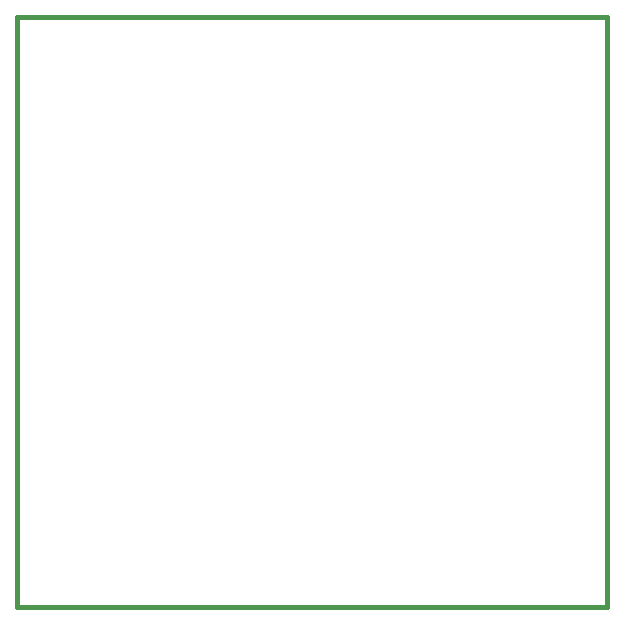
<source format=gbr>
G04 (created by PCBNEW-RS274X (2011-05-25)-stable) date Sun 14 Oct 2012 04:31:26 PM CDT*
G01*
G70*
G90*
%MOIN*%
G04 Gerber Fmt 3.4, Leading zero omitted, Abs format*
%FSLAX34Y34*%
G04 APERTURE LIST*
%ADD10C,0.006000*%
%ADD11C,0.015000*%
G04 APERTURE END LIST*
G54D10*
G54D11*
X00000Y-19650D02*
X00000Y00000D01*
X19650Y-19650D02*
X00000Y-19650D01*
X19650Y00000D02*
X19650Y-19650D01*
X00050Y00000D02*
X19650Y00000D01*
M02*

</source>
